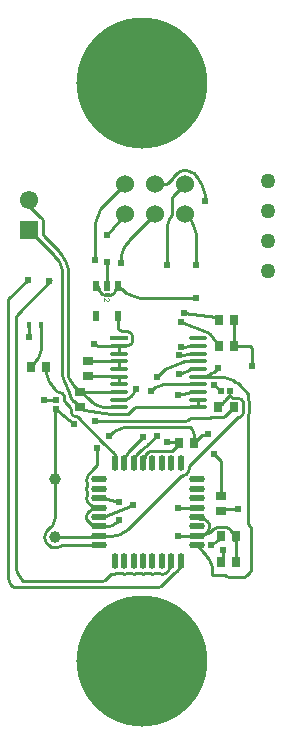
<source format=gtl>
G04*
G04 #@! TF.GenerationSoftware,Altium Limited,Altium Designer,21.7.2 (23)*
G04*
G04 Layer_Physical_Order=1*
G04 Layer_Color=255*
%FSLAX25Y25*%
%MOIN*%
G70*
G04*
G04 #@! TF.SameCoordinates,CA949D71-B4BB-4DE7-8204-7DD0AF16861B*
G04*
G04*
G04 #@! TF.FilePolarity,Positive*
G04*
G01*
G75*
%ADD14C,0.01000*%
%ADD15C,0.00236*%
%ADD16R,0.03197X0.02987*%
%ADD18R,0.02987X0.03197*%
G04:AMPARAMS|DCode=23|XSize=58.36mil|YSize=16.46mil|CornerRadius=8.23mil|HoleSize=0mil|Usage=FLASHONLY|Rotation=0.000|XOffset=0mil|YOffset=0mil|HoleType=Round|Shape=RoundedRectangle|*
%AMROUNDEDRECTD23*
21,1,0.05836,0.00000,0,0,0.0*
21,1,0.04190,0.01646,0,0,0.0*
1,1,0.01646,0.02095,0.00000*
1,1,0.01646,-0.02095,0.00000*
1,1,0.01646,-0.02095,0.00000*
1,1,0.01646,0.02095,0.00000*
%
%ADD23ROUNDEDRECTD23*%
%ADD24R,0.05836X0.01646*%
%ADD30C,0.06102*%
%ADD31R,0.06102X0.06102*%
%ADD35R,0.02047X0.02205*%
%ADD36R,0.02953X0.03347*%
%ADD37R,0.02205X0.02047*%
%ADD38O,0.05315X0.02165*%
%ADD39O,0.02165X0.05315*%
%ADD40R,0.01575X0.01968*%
G04:AMPARAMS|DCode=41|XSize=21.65mil|YSize=31.5mil|CornerRadius=1.95mil|HoleSize=0mil|Usage=FLASHONLY|Rotation=0.000|XOffset=0mil|YOffset=0mil|HoleType=Round|Shape=RoundedRectangle|*
%AMROUNDEDRECTD41*
21,1,0.02165,0.02760,0,0,0.0*
21,1,0.01776,0.03150,0,0,0.0*
1,1,0.00390,0.00888,-0.01380*
1,1,0.00390,-0.00888,-0.01380*
1,1,0.00390,-0.00888,0.01380*
1,1,0.00390,0.00888,0.01380*
%
%ADD41ROUNDEDRECTD41*%
%ADD42R,0.03347X0.02953*%
%ADD43C,0.43700*%
%ADD44C,0.03937*%
%ADD45C,0.06000*%
%ADD46C,0.02400*%
%ADD47C,0.05000*%
D14*
X137500Y161965D02*
X137000Y161465D01*
X144760Y159240D02*
X144752Y159248D01*
Y159248D02*
X144047Y159539D01*
X153146Y150698D02*
X153238Y150607D01*
X142401Y161039D02*
X142841Y159978D01*
X143901Y159539D01*
X141816Y167325D02*
X141704Y167599D01*
X139500Y173152D02*
X139650Y172215D01*
X155908Y160185D02*
X156237Y160161D01*
X139663Y172177D02*
X140094Y171104D01*
X153429Y229929D02*
X152770Y229202D01*
X152185Y228414D01*
X151681Y227572D01*
X151261Y226685D01*
X150931Y225761D01*
X150692Y224809D01*
X150548Y223838D01*
X150500Y222858D01*
X161402Y165494D02*
X162287Y166211D01*
X188793Y186880D02*
X187737Y187688D01*
X173729Y175120D02*
X173409Y174909D01*
X179532Y177505D02*
X179628Y177547D01*
X180481Y177839D02*
X180063Y177747D01*
X198708Y169791D02*
X197981Y170450D01*
X197193Y171035D01*
X196351Y171540D01*
X195464Y171959D01*
X194540Y172290D01*
X193588Y172528D01*
X192618Y172672D01*
X191638Y172720D01*
X178464Y109133D02*
X178363Y108896D01*
X176833Y107188D02*
X177798Y107863D01*
X178363Y108896D01*
X175353Y105833D02*
X175227Y105727D01*
X175353Y105833D02*
X176409Y106861D01*
X171586Y102500D02*
X172291Y102791D01*
X121500Y105500D02*
X121647Y104573D01*
X122073Y103737D01*
X122737Y103073D01*
X123573Y102647D01*
X124500Y102500D01*
X123965Y174327D02*
X123993Y173885D01*
X124000Y110531D02*
X124054Y109576D01*
X124215Y108633D01*
X124480Y107714D01*
X124846Y106830D01*
X125309Y105993D01*
X125863Y105213D01*
X126500Y104500D01*
X124000Y173768D02*
X123993Y173885D01*
X178464Y109133D02*
X178881Y110109D01*
X179024Y111161D01*
X176833Y107188D02*
X176409Y106861D01*
X152902Y104500D02*
X153608Y104791D01*
X174024Y237000D02*
X174730Y237291D01*
X176399Y238960D02*
X176561Y239177D01*
X184595Y238865D02*
X184087Y239718D01*
X183404Y240438D01*
X182580Y240990D01*
X181655Y241349D01*
X180674Y241497D01*
X179684Y241425D01*
X178735Y241139D01*
X177870Y240652D01*
X177134Y239987D01*
X176561Y239177D01*
X187016Y232342D02*
X186965Y233355D01*
X186811Y234358D01*
X186556Y235341D01*
X186203Y236292D01*
X185755Y237203D01*
X185217Y238064D01*
X184595Y238865D01*
X187150Y172969D02*
X186915Y172914D01*
X188294Y173385D02*
X189167Y173784D01*
X189994Y174269D01*
X190768Y174837D01*
X191480Y175479D01*
X187150Y172969D02*
X188143Y173309D01*
X188294Y173385D02*
X188143Y173309D01*
X177520Y170200D02*
X177468Y170200D01*
X174218Y170161D02*
X174230Y170161D01*
X176481Y232981D02*
X176190Y232276D01*
X176156Y228176D02*
X176190Y228428D01*
X175815Y226200D02*
X175250Y225284D01*
X174837Y224290D01*
X174585Y223244D01*
X174500Y222172D01*
X176156Y228176D02*
X176004Y226822D01*
X175815Y226200D02*
X176004Y226822D01*
X178399Y150399D02*
X178441Y150500D01*
X177234Y151000D01*
X166344Y148663D02*
X165891Y148139D01*
X167628Y149706D02*
X167895Y149895D01*
X174218Y170161D02*
X173255Y170098D01*
X172308Y169910D01*
X171394Y169600D01*
X170528Y169173D01*
X169726Y168637D01*
X169000Y168000D01*
X167628Y149706D02*
X166798Y149117D01*
X163777Y145634D02*
X163403Y144771D01*
X163276Y143839D01*
X163777Y145634D02*
X163897Y145941D01*
X165467Y147812D02*
X165891Y148139D01*
X165467Y147812D02*
X164745Y147375D01*
X164202Y146728D01*
X163897Y145941D01*
X183559Y152236D02*
X183457Y153274D01*
X183154Y154273D01*
X182662Y155193D01*
X182000Y156000D01*
X167755Y147246D02*
X167755Y147246D01*
X168923Y148000D02*
X168218Y147709D01*
X167755Y147246D02*
X167250Y146538D01*
X167008Y145703D01*
X161743Y147743D02*
X161057Y146907D01*
X160546Y145952D01*
X160232Y144916D01*
X160126Y143839D01*
X166854Y145277D02*
X167008Y145703D01*
X162142Y156000D02*
X161162Y155952D01*
X160191Y155808D01*
X159239Y155569D01*
X158315Y155239D01*
X157428Y154819D01*
X156586Y154315D01*
X155798Y153730D01*
X155071Y153071D01*
X166854Y145277D02*
X166535Y144589D01*
X166425Y143839D01*
X164113Y162484D02*
X163407Y162193D01*
X160427Y160161D02*
X161400Y160375D01*
X162194Y160976D01*
X162240Y161026D02*
X162194Y160976D01*
X202923Y180986D02*
X202707Y182076D01*
X202089Y183000D01*
X148947Y140841D02*
X149500Y141731D01*
X148947Y140841D02*
X148147Y140229D01*
X147642Y139357D01*
X147509Y138359D01*
X147768Y137385D01*
X184000Y219358D02*
X183952Y220338D01*
X183808Y221309D01*
X183569Y222261D01*
X183239Y223185D01*
X182819Y224072D01*
X182315Y224914D01*
X181730Y225702D01*
X181071Y226429D01*
X157175Y201875D02*
X157078Y201519D01*
X159331Y201929D02*
X160058Y201270D01*
X160846Y200685D01*
X161688Y200181D01*
X162575Y199761D01*
X163499Y199431D01*
X164451Y199192D01*
X165422Y199048D01*
X166402Y199000D01*
X179473Y139720D02*
X178947Y139447D01*
X194482Y165471D02*
X194767Y165724D01*
X181895Y142895D02*
X181606Y142217D01*
X179781Y139795D02*
X180719Y140315D01*
X181364Y141172D01*
X181606Y142217D01*
X198566Y159376D02*
X199374Y159910D01*
X199686Y160827D01*
X198566Y159376D02*
X198120Y159120D01*
X179781Y139795D02*
X179772Y139792D01*
X179473Y139720D02*
X179689Y139765D01*
X158974Y183193D02*
X158332Y182957D01*
X150000Y183500D02*
X151312Y182957D01*
X162750Y186339D02*
X162311Y187399D01*
X161250Y187839D01*
Y183193D02*
X162311Y183632D01*
X162750Y184693D01*
X158240Y189013D02*
X158531Y188307D01*
X158709Y188130D02*
X159414Y187839D01*
X147769Y133363D02*
X147507Y132357D01*
X147664Y131328D01*
X148214Y130446D01*
X149068Y129851D01*
X150087Y129642D01*
X151428Y129319D02*
X150697Y129642D01*
X151428Y129319D02*
X151639Y129097D01*
X151654Y129081D02*
X151639Y129097D01*
X150080Y128930D02*
X150198Y129075D01*
X149385Y128411D02*
X149810Y128661D01*
X137567Y167933D02*
X138276Y167638D01*
X140024Y164914D02*
X140318Y164206D01*
X156685Y147315D02*
X156667Y147333D01*
X156976Y146609D02*
X156685Y147315D01*
X147769Y133363D02*
X147768Y134236D01*
X147768Y136512D02*
X147504Y135374D01*
X147768Y134236D01*
X147768Y136512D02*
Y137385D01*
X184339Y119626D02*
X185271Y119681D01*
X186190Y119845D01*
X187083Y120116D01*
X187939Y120490D01*
X188745Y120961D01*
X189489Y121525D01*
X184034Y119500D02*
X184339Y119626D01*
X186754Y120333D02*
X187641Y120856D01*
X188254Y121684D01*
X188495Y122685D01*
X188325Y123701D01*
X187771Y124570D01*
X186923Y125153D01*
X185913Y125358D01*
X184339Y119626D02*
X185496Y119784D01*
X186569Y120247D01*
X184906Y125448D02*
X185320Y125358D01*
X186754Y120333D02*
X186569Y120247D01*
X201686Y164173D02*
X201540Y165173D01*
X201500Y165450D02*
X201540Y165173D01*
X201540Y159827D02*
X201500Y159550D01*
Y123874D02*
X201711Y123264D01*
X202461Y121099D02*
X202268Y122245D01*
X201711Y123264D01*
X198961Y105901D02*
X200043Y106073D01*
X201018Y106570D01*
X201793Y107344D01*
X202290Y108320D01*
X202461Y109401D01*
X195030Y106030D02*
X195895Y105901D01*
X194226Y106369D02*
X193736Y106500D01*
X194226Y106369D02*
X194958Y106052D01*
X189500Y107173D02*
X189452Y108153D01*
X189308Y109124D01*
X189069Y110076D01*
X188739Y111000D01*
X188319Y111887D01*
X187815Y112729D01*
X187230Y113517D01*
X186571Y114244D01*
X201540Y159827D02*
X201686Y160827D01*
X156487Y107051D02*
X155596Y106779D01*
X171895Y107141D02*
X171583Y107192D01*
X171895Y107141D02*
X172891Y107009D01*
X173863Y107268D01*
X174662Y107879D01*
X175167Y108748D01*
X168745Y107141D02*
X168434Y107192D01*
X170716D02*
X170399Y107139D01*
X168745Y107141D02*
X169572Y107004D01*
X170399Y107139D01*
X167566Y107192D02*
X167250Y107139D01*
X165596Y107141D02*
X166423Y107004D01*
X167250Y107139D01*
X165596Y107141D02*
X165284Y107192D01*
X162446Y107141D02*
X162134Y107192D01*
X164417D02*
X164100Y107139D01*
X162446Y107141D02*
X163273Y107004D01*
X164100Y107139D01*
X161267Y107192D02*
X160951Y107139D01*
X161929Y218429D02*
X161270Y217702D01*
X160685Y216914D01*
X160181Y216072D01*
X159761Y215185D01*
X159431Y214261D01*
X159192Y213309D01*
X159048Y212338D01*
X159000Y211358D01*
X135000Y204500D02*
X135853Y204853D01*
X124291Y193291D02*
X124000Y192586D01*
X123993Y178115D02*
X124000Y178232D01*
X123993Y178115D02*
X123965Y177673D01*
X159297Y107141D02*
X160124Y107004D01*
X160951Y107139D01*
X159297Y107141D02*
X158985Y107192D01*
X158118D02*
X157801Y107139D01*
X156487Y107051D02*
X157801Y107139D01*
X139500Y206369D02*
X139452Y207350D01*
X139308Y208320D01*
X139069Y209272D01*
X138739Y210196D01*
X138319Y211083D01*
X137815Y211925D01*
X137230Y212713D01*
X136571Y213440D01*
X141500Y206369D02*
X141455Y207413D01*
X141319Y208449D01*
X141093Y209469D01*
X140779Y210465D01*
X140381Y211430D01*
X139899Y212357D01*
X139339Y213239D01*
X138704Y214069D01*
X138000Y214840D01*
X141552Y172834D02*
X141886Y171994D01*
X142295Y171188D01*
X142774Y170423D01*
X143321Y169703D01*
X143931Y169036D01*
X132984Y220270D02*
X133275Y219565D01*
X141500Y173147D02*
X141552Y172834D01*
X175252Y108930D02*
X175167Y108748D01*
X175252Y108930D02*
X175716Y110003D01*
X175874Y111161D01*
X153130Y122776D02*
X154121Y122841D01*
X155095Y123034D01*
X156036Y123354D01*
X156927Y123793D01*
X157753Y124345D01*
X158500Y125000D01*
X149867Y123276D02*
X150730Y122903D01*
X151661Y122776D01*
X154984Y119626D02*
X155964Y119674D01*
X156935Y119818D01*
X157887Y120057D01*
X158811Y120387D01*
X159698Y120807D01*
X160540Y121311D01*
X161328Y121896D01*
X162055Y122555D01*
X149867Y123276D02*
X149555Y123398D01*
X149385Y128411D02*
X148513Y127973D01*
X147866Y127244D01*
X147535Y126327D01*
X147568Y125352D01*
X147960Y124459D01*
X148655Y123775D01*
X149555Y123398D01*
X188665Y159000D02*
X189095Y159097D01*
X189945Y159336D02*
X189406Y159245D01*
X189945Y159336D02*
X190115Y159327D01*
X195372Y121761D02*
X194819Y122372D01*
X194026Y122599D01*
X196470Y120591D02*
X196474Y120587D01*
X191039Y122599D02*
X190268Y122385D01*
X189716Y121806D01*
X194563Y160353D02*
X194393Y160124D01*
X193068Y159327D02*
X193842Y159541D01*
X194393Y160124D01*
X182414Y159000D02*
X181709Y158709D01*
X180586Y158000D02*
X181291Y158291D01*
X195535Y166673D02*
X195828Y165966D01*
X196535Y165673D01*
X193833Y164710D02*
X193513Y164421D01*
X193908Y164876D02*
X193833Y164710D01*
X194243Y165299D02*
X193908Y164876D01*
X194720Y165857D02*
X194655Y165785D01*
X194243Y165299D02*
X194353Y165414D01*
X199686Y164173D02*
X199247Y165234D01*
X198186Y165673D01*
X145826Y167602D02*
X145500Y167467D01*
X148015Y165413D02*
X148742Y164754D01*
X149531Y164170D01*
X150372Y163665D01*
X151259Y163245D01*
X152183Y162915D01*
X153135Y162676D01*
X154106Y162532D01*
X155086Y162484D01*
X139650Y172215D02*
X139653Y172204D01*
X139663Y172177D01*
X158332Y177839D02*
X157800Y178059D01*
X158332Y172720D02*
X157800Y172941D01*
X142401Y161708D02*
X142110Y162413D01*
X140024Y166138D02*
X139584Y167198D01*
X138524Y167638D01*
X134089Y174816D02*
X134217Y173813D01*
X134446Y172827D01*
X134774Y171870D01*
X135196Y170951D01*
X135710Y170080D01*
X136308Y169264D01*
X136986Y168514D01*
X142492Y165459D02*
X143242Y164627D01*
X143670Y164362D02*
X143414Y164542D01*
X131861Y226177D02*
X132133Y225982D01*
X128433Y230019D02*
X128725Y229314D01*
X132984Y224630D02*
X132754Y225429D01*
X132133Y225982D01*
X129571Y176630D02*
X130230Y177357D01*
X130815Y178145D01*
X131319Y178987D01*
X131739Y179874D01*
X132069Y180798D01*
X132308Y181750D01*
X132452Y182721D01*
X132500Y183701D01*
X195372Y121761D02*
X195555Y121506D01*
X189489Y121525D02*
X189716Y121806D01*
X150844Y119287D02*
X151661Y119626D01*
X139329Y116476D02*
X138811Y116329D01*
X135582Y122453D02*
X134717Y121899D01*
X134052Y121116D01*
X133646Y120172D01*
X133534Y119151D01*
X133726Y118142D01*
X134205Y117233D01*
X134930Y116505D01*
X135836Y116020D01*
X136844Y115822D01*
X137865Y115928D01*
X138811Y116329D01*
X136074Y122940D02*
X136476Y123946D01*
X136766Y124990D01*
X136941Y126060D01*
X137000Y127142D01*
X135582Y122453D02*
X136074Y122940D01*
X155388Y199945D02*
X156200Y200152D01*
X156814Y200724D01*
X157078Y201519D01*
X151917Y201640D02*
X152144Y200792D01*
X152765Y200172D01*
X153612Y199945D01*
X151917Y202018D02*
X151556Y202783D01*
X150500Y158000D02*
X180586D01*
X137000Y138500D02*
Y161465D01*
X137500Y161965D02*
X138024Y161362D01*
X143335Y156838D01*
X144760Y159240D02*
X153146Y150698D01*
X143901Y159539D02*
X144047D01*
X146599Y161539D02*
X155908Y160185D01*
X141816Y167325D02*
X142492Y165459D01*
X140094Y171104D02*
X141704Y167599D01*
X145500Y162533D02*
X146599Y161539D01*
X139500Y173152D02*
X139500Y206369D01*
X133500Y165000D02*
X136976D01*
X137500Y165035D01*
X154500Y220000D02*
X160500Y227000D01*
X153429Y229929D02*
X160500Y237000D01*
X150500Y211500D02*
Y222858D01*
X154500Y203020D02*
Y211000D01*
X158332Y165043D02*
X160427Y165043D01*
X161402Y165494D01*
X162287Y166211D02*
X164000Y168500D01*
X190812Y192580D02*
X191806Y191481D01*
X180000Y194000D02*
X190812Y192580D01*
X188793Y186880D02*
X190812Y184099D01*
X179000Y191000D02*
X187737Y187688D01*
X190812Y184099D02*
X191806Y183000D01*
X196740D02*
Y191481D01*
X180481Y177839D02*
X180481Y177839D01*
X178500Y180000D02*
X182723Y180398D01*
X173729Y175120D02*
X179532Y177505D01*
X179628Y177547D02*
X180063Y177747D01*
X182723Y180398D02*
X184818Y180398D01*
X171000Y172500D02*
X173406Y174906D01*
X173409Y174909D01*
X179000Y182500D02*
X182723Y182957D01*
X184818Y182957D01*
X178500Y173500D02*
X182723Y175280D01*
X184818Y175280D01*
X193599Y128500D02*
X198000D01*
X192500Y128033D02*
X193599Y128500D01*
X192533Y111000D02*
X193000Y112099D01*
Y115000D01*
X191539Y118401D02*
X192533Y119500D01*
X189196Y116501D02*
X191539Y118401D01*
X151661Y132224D02*
X153236D01*
X158500Y131000D01*
X151661Y125925D02*
X153236D01*
X163000Y130000D01*
X182764Y129075D02*
X184339D01*
X178000Y129000D02*
X182764Y129075D01*
X178000Y166500D02*
X182723Y167602D01*
X184818Y167602D01*
X190000Y170000D02*
X191862Y168524D01*
X192465Y168000D01*
X184818Y172720D02*
X191638D01*
X128366Y190000D02*
X128500Y186000D01*
X121500Y198500D02*
X128000Y205000D01*
X178363Y108896D02*
X178363Y108896D01*
X172291Y102791D02*
X175227Y105727D01*
X172291Y102791D02*
X172291Y102791D01*
X124500Y102500D02*
X171586D01*
X121500Y105500D02*
Y198500D01*
X126500Y104500D02*
X152902D01*
X135853Y204853D02*
X135853Y204853D01*
X124000Y110531D02*
Y173768D01*
X124291Y193291D02*
X135853Y204853D01*
X153608Y104791D02*
X153608Y104791D01*
X155596Y106779D01*
X164113Y162484D02*
X184818D01*
X184818Y162484D01*
Y165043D01*
X170500Y237000D02*
X174024D01*
X174730Y237291D02*
X176399Y238960D01*
X174730Y237291D02*
X174730Y237291D01*
X187016Y231300D02*
Y232342D01*
X186914Y172720D02*
X186915Y172914D01*
X191480Y175479D02*
X191500Y175500D01*
X184000Y210000D02*
Y219358D01*
X184818Y172720D02*
X186914Y172720D01*
X174230Y170161D02*
X177468Y170200D01*
X182723Y170161D02*
X184818Y170161D01*
X177520Y170200D02*
X182723Y170161D01*
X176481Y232981D02*
X180500Y237000D01*
X176481Y232981D02*
X176481Y232981D01*
X176190Y228428D02*
Y232276D01*
Y228428D02*
Y228428D01*
X174500Y210000D02*
Y222172D01*
Y151000D02*
X177234D01*
X176000Y148000D02*
X178399Y150399D01*
X180481Y177839D02*
X184818D01*
X166344Y148663D02*
X166798Y149117D01*
X167895Y149895D02*
X171000Y153000D01*
X167895Y149895D02*
X167895Y149895D01*
X162142Y156000D02*
X182000D01*
X168923Y148000D02*
X176000D01*
X167755Y147246D02*
X168218Y147709D01*
X167755Y147246D02*
X167755Y147246D01*
X161743Y147743D02*
X166500Y152500D01*
X183559Y150697D02*
Y152236D01*
X155000Y153000D02*
X155071Y153071D01*
X162240Y161026D02*
X163407Y162193D01*
X162240Y161026D02*
X162240Y161026D01*
X202923Y176309D02*
Y180986D01*
X190000Y147000D02*
X192500Y144500D01*
Y132967D02*
Y144500D01*
X183559Y150697D02*
X186094Y153232D01*
X187732D02*
X188000Y153500D01*
X186094Y153232D02*
X187732D01*
X151000Y143231D02*
Y149000D01*
X149500Y141731D02*
X151000Y143231D01*
X153238Y150607D02*
X156667Y147333D01*
X166402Y199000D02*
X184000D01*
X157175Y201875D02*
X157658Y201945D01*
X158240Y203020D02*
X159331Y201929D01*
X181895Y142895D02*
X198120Y159120D01*
X162055Y122555D02*
X178947Y139447D01*
X179473Y139720D02*
Y139720D01*
X179781Y139795D02*
Y139795D01*
X181895Y142895D02*
X181895Y142895D01*
X158974Y183193D02*
X161250D01*
X158332Y182957D02*
Y182957D01*
Y180398D02*
Y182957D01*
Y182957D01*
X158332D02*
X158332D01*
X151312D02*
X158332D01*
X148000Y178059D02*
X157800D01*
X159414Y187839D02*
X161250D01*
X162750Y184693D02*
Y186339D01*
X158531Y188307D02*
X158709Y188130D01*
X158240Y189013D02*
Y192980D01*
X151654Y129081D02*
Y129081D01*
Y129075D02*
Y129081D01*
X150080Y128930D02*
X150080Y128930D01*
X149810Y128661D02*
X150080Y128930D01*
X149810Y128661D02*
X149810Y128661D01*
X151654Y129075D02*
X151661D01*
X150198D02*
X151654D01*
X150087Y129642D02*
X150697D01*
X140318Y164206D02*
X142110Y162413D01*
X136986Y168514D02*
X137567Y167933D01*
X156976Y143839D02*
Y146609D01*
X151654Y129075D02*
X151661Y129075D01*
X178000Y119500D02*
X184034D01*
X185320Y125358D02*
X185913D01*
X184906Y125448D02*
Y125925D01*
Y125448D02*
Y125448D01*
X184339Y125925D02*
X184906D01*
X201686Y160827D02*
Y164173D01*
X201500Y165450D02*
Y167000D01*
Y165450D02*
Y165450D01*
X202461Y109401D02*
Y121099D01*
X201500Y123874D02*
Y159550D01*
Y123874D02*
Y123874D01*
X198708Y169791D02*
X201500Y167000D01*
X198961Y105901D02*
X198961D01*
X195895Y105901D02*
X198961Y105901D01*
X194958Y106052D02*
X195030Y106030D01*
X184339Y116476D02*
X186571Y114244D01*
X189500Y106500D02*
X193736D01*
X189500D02*
Y107173D01*
X170399Y107139D02*
Y107139D01*
X170716Y107192D02*
X171583D01*
X170716D02*
X170716D01*
X167566D02*
X168434D01*
X167566D02*
X167566D01*
X167250Y107139D02*
Y107139D01*
X164100Y107139D02*
Y107139D01*
X164417Y107192D02*
X165284D01*
X164417D02*
X164417D01*
X161267D02*
X162134D01*
X161267D02*
X161267D01*
X160951Y107139D02*
Y107139D01*
X161929Y218429D02*
X170500Y227000D01*
X159000Y210500D02*
Y211358D01*
X124000Y178232D02*
Y192586D01*
Y178232D02*
Y178232D01*
X157801Y107139D02*
Y107139D01*
X158118Y107192D02*
X158985D01*
X158118D02*
X158118D01*
X123965Y174327D02*
Y177673D01*
X141500Y173147D02*
Y206369D01*
X133275Y219565D02*
X138000Y214840D01*
X128433Y221579D02*
X136571Y213440D01*
X141552Y172834D02*
X141552Y172834D01*
X141500Y173147D02*
Y173147D01*
X151661Y122776D02*
X153130D01*
X196740Y183000D02*
X202089D01*
X182414Y159000D02*
X188665D01*
X189095Y159097D02*
X189406Y159245D01*
X190115Y159327D02*
X193068D01*
X151661Y119626D02*
X154984D01*
X196474Y118401D02*
Y120587D01*
X191039Y122599D02*
X194026D01*
X194563Y160353D02*
X194563Y160353D01*
X181291Y158291D02*
X181709Y158709D01*
X181291Y158291D02*
X181291Y158291D01*
X194563Y160353D02*
X196710Y162500D01*
X196535Y165673D02*
X198186D01*
X192733Y163642D02*
X193513Y164421D01*
X194720Y165857D02*
X195535Y166673D01*
X194720Y165857D02*
X194720Y165857D01*
X194353Y165414D02*
X194655Y165785D01*
X191592Y162500D02*
X192568Y163642D01*
X192733D01*
X199686Y160827D02*
Y164173D01*
X179689Y139765D02*
X179772Y139792D01*
X145826Y167602D02*
X158332D01*
X144401Y168461D02*
X145500Y167467D01*
X145826Y167602D02*
X148015Y165413D01*
X155086Y162484D02*
X158332D01*
X139650Y172215D02*
X139650Y172215D01*
X143931Y169036D02*
X144391Y168576D01*
X158332Y175280D02*
Y177839D01*
Y170161D02*
Y172720D01*
X148000Y172941D02*
X157800D01*
X142401Y161039D02*
Y161708D01*
X140024Y164914D02*
Y166138D01*
X138276Y167638D02*
X138524D01*
X134089Y174816D02*
Y174827D01*
X143242Y164627D02*
X143414Y164542D01*
X134059Y176000D02*
X134089Y174827D01*
X139663Y172177D02*
X139663Y172177D01*
X143670Y164362D02*
X143676Y164357D01*
X144421Y163612D01*
X128433Y230019D02*
Y231421D01*
X128725Y229314D02*
X131861Y226177D01*
X132984Y220270D02*
Y224630D01*
X144391Y168576D02*
X144401Y168461D01*
X144421Y163526D02*
X145500Y162533D01*
X144421Y163526D02*
Y163612D01*
X132500Y183701D02*
Y190000D01*
X128941Y176000D02*
X129571Y176630D01*
X156237Y160161D02*
X160427D01*
X197467Y111000D02*
Y119500D01*
X196474Y118401D02*
X197467Y119500D01*
X195555Y121506D02*
X196470Y120591D01*
X137000Y119287D02*
X150844D01*
X138811Y116329D02*
Y116329D01*
X139329Y116476D02*
X151661D01*
X139329D02*
X139329D01*
X137000Y127142D02*
Y138500D01*
X153612Y199945D02*
X155388D01*
X151556Y202783D02*
X151556D01*
X151342D02*
X151556D01*
X151917Y201640D02*
Y202018D01*
X150760Y203020D02*
X151342Y202783D01*
X157658Y201945D02*
X158240Y203020D01*
D15*
X155074Y200500D02*
X153762D01*
X153500Y200238D01*
Y199713D01*
X153762Y199451D01*
X155074D01*
X153500Y197876D02*
Y198926D01*
X154550Y197876D01*
X154812D01*
X155074Y198139D01*
Y198663D01*
X154812Y198926D01*
D16*
X145500Y167467D02*
D03*
Y162533D02*
D03*
X192500Y128033D02*
D03*
Y132967D02*
D03*
D18*
X191806Y191481D02*
D03*
X196740D02*
D03*
Y183000D02*
D03*
X191806D02*
D03*
X192533Y119500D02*
D03*
X197467D02*
D03*
X192533Y111000D02*
D03*
X197467D02*
D03*
D23*
X184818Y185516D02*
D03*
Y182957D02*
D03*
Y180398D02*
D03*
Y177839D02*
D03*
Y175280D02*
D03*
Y172720D02*
D03*
Y170161D02*
D03*
Y167602D02*
D03*
Y165043D02*
D03*
Y162484D02*
D03*
X158332D02*
D03*
Y165043D02*
D03*
Y167602D02*
D03*
Y170161D02*
D03*
Y172720D02*
D03*
Y175280D02*
D03*
Y177839D02*
D03*
Y180398D02*
D03*
Y182957D02*
D03*
D24*
Y185516D02*
D03*
D30*
X128433Y231421D02*
D03*
D31*
Y221579D02*
D03*
D35*
X137500Y161965D02*
D03*
Y165035D02*
D03*
D36*
X191592Y162500D02*
D03*
X196710D02*
D03*
X178441Y150500D02*
D03*
X183559D02*
D03*
X128941Y176000D02*
D03*
X134059D02*
D03*
D37*
X192465Y168000D02*
D03*
X195535D02*
D03*
D38*
X151661Y138524D02*
D03*
Y135374D02*
D03*
Y132224D02*
D03*
Y129075D02*
D03*
Y125925D02*
D03*
Y122776D02*
D03*
Y119626D02*
D03*
Y116476D02*
D03*
X184339D02*
D03*
Y119626D02*
D03*
Y122776D02*
D03*
Y125925D02*
D03*
Y129075D02*
D03*
Y132224D02*
D03*
Y135374D02*
D03*
Y138524D02*
D03*
D39*
X156976Y111161D02*
D03*
X160126D02*
D03*
X163276D02*
D03*
X166425D02*
D03*
X169575D02*
D03*
X172724D02*
D03*
X175874D02*
D03*
X179024D02*
D03*
Y143839D02*
D03*
X175874D02*
D03*
X172724D02*
D03*
X169575D02*
D03*
X166425D02*
D03*
X163276D02*
D03*
X160126D02*
D03*
X156976D02*
D03*
D40*
X132500Y190000D02*
D03*
X128366D02*
D03*
D41*
X158240Y203020D02*
D03*
X154500D02*
D03*
X150760D02*
D03*
Y192980D02*
D03*
X158240D02*
D03*
D42*
X148000Y172941D02*
D03*
Y178059D02*
D03*
D43*
X166000Y78000D02*
D03*
Y270500D02*
D03*
D44*
X137000Y138500D02*
D03*
Y119287D02*
D03*
D45*
X160500Y227000D02*
D03*
X170500D02*
D03*
X180500D02*
D03*
Y237000D02*
D03*
X170500D02*
D03*
X160500D02*
D03*
D46*
X143335Y156838D02*
D03*
X133500Y165000D02*
D03*
X154500Y220000D02*
D03*
Y211000D02*
D03*
X164000Y168500D02*
D03*
X180000Y194000D02*
D03*
X179000Y191000D02*
D03*
X178500Y180000D02*
D03*
X179000Y182500D02*
D03*
X178500Y173500D02*
D03*
X198000Y128500D02*
D03*
X193000Y115000D02*
D03*
X189196Y116501D02*
D03*
X158500Y131000D02*
D03*
X163000Y130000D02*
D03*
X178000Y129000D02*
D03*
Y166500D02*
D03*
X190000Y170000D02*
D03*
X128500Y186000D02*
D03*
X128000Y205000D02*
D03*
X187016Y231300D02*
D03*
X184000Y210000D02*
D03*
X191500Y175500D02*
D03*
X174500Y210000D02*
D03*
Y151000D02*
D03*
X171000Y172500D02*
D03*
X169000Y168000D02*
D03*
X171000Y153000D02*
D03*
X166500Y152500D02*
D03*
X150500Y211500D02*
D03*
X202923Y176309D02*
D03*
X190000Y147000D02*
D03*
X188000Y153500D02*
D03*
X155000Y153000D02*
D03*
X151000Y149000D02*
D03*
X184000Y199000D02*
D03*
X150000Y183500D02*
D03*
X159000Y210500D02*
D03*
X135000Y204500D02*
D03*
X178000Y119500D02*
D03*
X158500Y125000D02*
D03*
X150500Y158000D02*
D03*
D47*
X208000Y238000D02*
D03*
Y228000D02*
D03*
Y218000D02*
D03*
Y208000D02*
D03*
M02*

</source>
